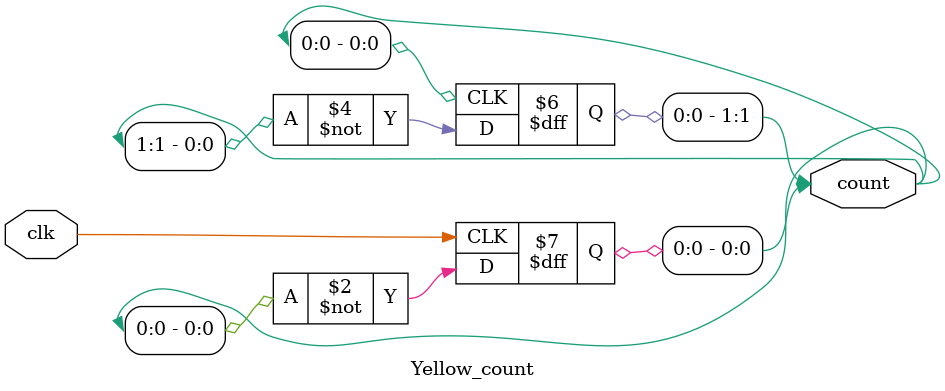
<source format=v>
module traffic_light_ctrl(
    input wire [4:0] i_NS_count,
    input wire [3:0] i_EW_count,
    input wire [1:0] yellow_count,
    input wire       NS_vehicle_detect,
    input wire       EW_vehicle_detect,

    output reg       NS_red,
    output reg       NS_yellow,
    output reg       NS_green,
    output reg       EW_red,
    output reg       EW_yellow,
    output reg       EW_green 
    );

    initial begin
        
        NS_red     <= 1'b0;
        NS_yellow  <= 1'b0;
        NS_green   <= 1'b1;
        EW_red     <= 1'b1;
        EW_yellow  <= 1'b0;
        EW_green   <= 1'b0;

    end

    always @ (i_NS_count, i_EW_count, yellow_count) begin

        if (i_NS_count == 31 & EW_vehicle_detect & NS_green) begin
            NS_red     <= 1'b0;
            NS_yellow  <= 1'b1;
            NS_green   <= 1'b0;
            EW_red     <= 1'b1;
            EW_yellow  <= 1'b0;
            EW_green   <= 1'b0;
        end

        if (i_EW_count == 15 & NS_vehicle_detect & EW_green) begin
            NS_red     <= 1'b1;
            NS_yellow  <= 1'b0;
            NS_green   <= 1'b0;
            EW_red     <= 1'b0;
            EW_yellow  <= 1'b1;
            EW_green   <= 1'b0;
        end

        if (yellow_count == 3 & NS_yellow) begin
            NS_red     <= 1'b1;
            NS_yellow  <= 1'b0;
            NS_green   <= 1'b0;
            EW_red     <= 1'b0;
            EW_yellow  <= 1'b0;
            EW_green   <= 1'b1;
        end
        
        if (yellow_count == 3 & EW_yellow) begin
            NS_red     <= 1'b0;
            NS_yellow  <= 1'b0;
            NS_green   <= 1'b1;
            EW_red     <= 1'b1;
            EW_yellow  <= 1'b0;
            EW_green   <= 1'b0;
        end
    
    end

endmodule

module NS_count (
    input  wire       clk,
    output reg  [4:0] count
);

    initial count = 0;

    always @ (negedge clk)
        count[0] <= ~count[0];

    always @ (negedge count[0])
        count[1] <= ~count[1];
    
    always @ (negedge count[1])
        count[2] <= ~count[2];
    
    always @ (negedge count[2])
        count[3] <= ~count[3];
    
    always @ (negedge count[3])
        count[4] <= ~count[4];

endmodule 

module EW_count (
    input  wire       clk,
    output reg  [3:0] count
);

    initial count = 0;

    always @ (negedge clk)
        count[0] <= ~count[0];

    always @ (negedge count[0])
        count[1] <= ~count[1];
    
    always @ (negedge count[1])
        count[2] <= ~count[2];
    
    always @ (negedge count[2])
        count[3] <= ~count[3];

endmodule 

module Yellow_count (
    input  wire       clk,
    output reg  [1:0] count
);

    initial count = 0;

    always @ (negedge clk)
        count[0] <= ~count[0];

    always @ (negedge count[0])
        count[1] <= ~count[1];

endmodule 
</source>
